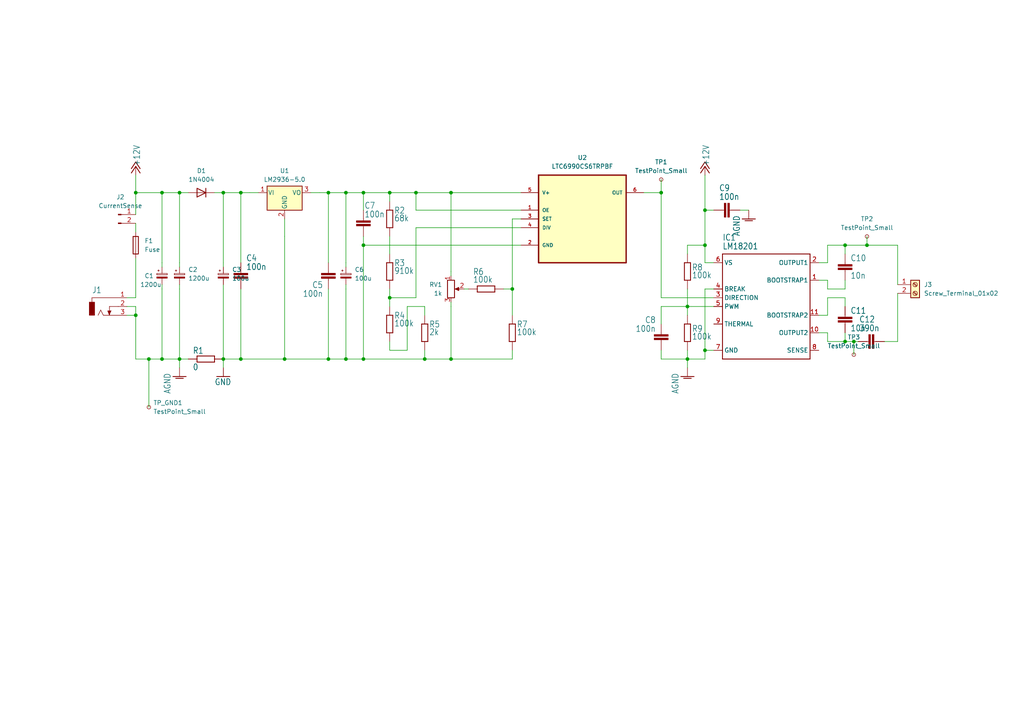
<source format=kicad_sch>
(kicad_sch (version 20230121) (generator eeschema)
  (paper "A4")
  (lib_symbols
    (symbol "Connector:Conn_01x02_Pin" (pin_names (offset 1.016) hide)
      (property "Reference" "J" (at 0 2.54 0))
      (property "Value" "Conn_01x02_Pin" (at 0 -5.08 0))
      (symbol "Conn_01x02_Pin_1_1"
        (polyline (pts (xy 1.27 -2.54) (xy 0.8636 -2.54)) (stroke (width 0.1524)))
        (polyline (pts (xy 1.27 0) (xy 0.8636 0)) (stroke (width 0.1524)))
        (rectangle (start 0.8636 -2.413) (end 0 -2.667) (stroke (width 0.1524)) (fill (type outline)))
        (rectangle (start 0.8636 0.127) (end 0 -0.127) (stroke (width 0.1524)) (fill (type outline)))
        (pin passive line (at 5.08 0 180) (length 3.81) (name "Pin_1") (number "1"))
        (pin passive line (at 5.08 -2.54 180) (length 3.81) (name "Pin_2") (number "2"))
      )
    )
    (symbol "Connector:Screw_Terminal_01x02" (pin_names (offset 1.016) hide)
      (property "Reference" "J" (at 0 2.54 0))
      (property "Value" "Screw_Terminal_01x02" (at 0 -5.08 0))
      (symbol "Screw_Terminal_01x02_1_1"
        (rectangle (start -1.27 1.27) (end 1.27 -3.81) (stroke (width 0.254)) (fill (type background)))
        (circle (center 0 -2.54) (radius 0.635) (stroke (width 0.1524)))
        (polyline (pts (xy -0.5334 -2.2098) (xy 0.3302 -3.048)) (stroke (width 0.1524)))
        (polyline (pts (xy -0.5334 0.3302) (xy 0.3302 -0.508)) (stroke (width 0.1524)))
        (polyline (pts (xy -0.3556 -2.032) (xy 0.508 -2.8702)) (stroke (width 0.1524)))
        (polyline (pts (xy -0.3556 0.508) (xy 0.508 -0.3302)) (stroke (width 0.1524)))
        (circle (center 0 0) (radius 0.635) (stroke (width 0.1524)))
        (pin passive line (at -5.08 0 0) (length 3.81) (name "Pin_1") (number "1"))
        (pin passive line (at -5.08 -2.54 0) (length 3.81) (name "Pin_2") (number "2"))
      )
    )
    (symbol "Connector:TestPoint_Small" (pin_numbers hide) (pin_names (offset 0.762) hide)
      (property "Reference" "TP" (at 0 3.81 0))
      (property "Value" "TestPoint_Small" (at 0 2.032 0))
      (symbol "TestPoint_Small_0_1"
        (circle (center 0 0) (radius 0.508))
      )
      (symbol "TestPoint_Small_1_1"
        (pin passive line (at 0 0 90) (length 0) (name "1") (number "1"))
      )
    )
    (symbol "Device:C_Polarized_Small" (pin_numbers hide) (pin_names (offset 0.254) hide)
      (property "Reference" "C" (at 0.254 1.778 0))
      (property "Value" "C_Polarized_Small" (at 0.254 -2.032 0))
      (symbol "C_Polarized_Small_0_1"
        (rectangle (start -1.524 -0.3048) (end 1.524 -0.6858) (fill (type outline)))
        (rectangle (start -1.524 0.6858) (end 1.524 0.3048))
        (polyline (pts (xy -1.27 1.524) (xy -0.762 1.524)))
        (polyline (pts (xy -1.016 1.27) (xy -1.016 1.778)))
      )
      (symbol "C_Polarized_Small_1_1"
        (pin passive line (at 0 2.54 270) (length 1.8542) (name "~") (number "1"))
        (pin passive line (at 0 -2.54 90) (length 1.8542) (name "~") (number "2"))
      )
    )
    (symbol "Device:Fuse" (pin_numbers hide) (pin_names (offset 0))
      (property "Reference" "F" (at 2.032 0 90))
      (property "Value" "Fuse" (at -1.905 0 90))
      (symbol "Fuse_0_1"
        (rectangle (start -0.762 -2.54) (end 0.762 2.54) (stroke (width 0.254)))
        (polyline (pts (xy 0 2.54) (xy 0 -2.54)))
      )
      (symbol "Fuse_1_1"
        (pin passive line (at 0 3.81 270) (length 1.27) (name "~") (number "1"))
        (pin passive line (at 0 -3.81 90) (length 1.27) (name "~") (number "2"))
      )
    )
    (symbol "Device:R_Potentiometer" (pin_names (offset 1.016) hide)
      (property "Reference" "RV" (at -4.445 0 90))
      (property "Value" "R_Potentiometer" (at -2.54 0 90))
      (symbol "R_Potentiometer_0_1"
        (polyline (pts (xy 2.54 0) (xy 1.524 0)))
        (polyline (pts (xy 1.143 0) (xy 2.286 0.508) (xy 2.286 -0.508) (xy 1.143 0)) (fill (type outline)))
        (rectangle (start 1.016 2.54) (end -1.016 -2.54) (stroke (width 0.254)))
      )
      (symbol "R_Potentiometer_1_1"
        (pin passive line (at 0 3.81 270) (length 1.27) (name "1") (number "1"))
        (pin passive line (at 3.81 0 180) (length 1.27) (name "2") (number "2"))
        (pin passive line (at 0 -3.81 90) (length 1.27) (name "3") (number "3"))
      )
    )
    (symbol "Diode:1N4004" (pin_numbers hide) (pin_names hide)
      (property "Reference" "D" (at 0 2.54 0))
      (property "Value" "1N4004" (at 0 -2.54 0))
      (symbol "1N4004_0_1"
        (polyline (pts (xy -1.27 1.27) (xy -1.27 -1.27)) (stroke (width 0.254)))
        (polyline (pts (xy 1.27 0) (xy -1.27 0)))
        (polyline (pts (xy 1.27 1.27) (xy 1.27 -1.27) (xy -1.27 0) (xy 1.27 1.27)) (stroke (width 0.254)))
      )
      (symbol "1N4004_1_1"
        (pin passive line (at -3.81 0 0) (length 2.54) (name "K") (number "1"))
        (pin passive line (at 3.81 0 180) (length 2.54) (name "A") (number "2"))
      )
    )
    (symbol "LLL_library:LTC6990CS6TRPBF" (pin_names (offset 1.016))
      (property "Reference" "U" (at -4.7244 13.2588 0))
      (property "Value" "LTC6990CS6TRPBF" (at -6.0706 -19.4056 0))
      (symbol "LTC6990CS6TRPBF_0_0"
        (rectangle (start -12.7 -15.24) (end 12.7 10.16) (stroke (width 0.4064)) (fill (type background)))
        (pin input line (at -17.78 0 0) (length 5.08) (name "OE") (number "1"))
        (pin passive line (at -17.78 -10.16 0) (length 5.08) (name "GND") (number "2"))
        (pin input line (at -17.78 -2.54 0) (length 5.08) (name "SET") (number "3"))
        (pin input line (at -17.78 -5.08 0) (length 5.08) (name "DIV") (number "4"))
        (pin power_in line (at -17.78 5.08 0) (length 5.08) (name "V+") (number "5"))
        (pin output line (at 17.78 5.08 180) (length 5.08) (name "OUT") (number "6"))
      )
    )
    (symbol "Regulator_Linear:LM2936-5.0" (pin_names (offset 0.254))
      (property "Reference" "U" (at -3.81 3.175 0))
      (property "Value" "LM2936-5.0" (at 0 3.175 0))
      (symbol "LM2936-5.0_0_1"
        (rectangle (start -5.08 1.905) (end 5.08 -5.08) (stroke (width 0.254)) (fill (type background)))
      )
      (symbol "LM2936-5.0_1_1"
        (pin power_in line (at -7.62 0 0) (length 2.54) (name "VI") (number "1"))
        (pin power_in line (at 0 -7.62 90) (length 2.54) (name "GND") (number "2"))
        (pin power_out line (at 7.62 0 180) (length 2.54) (name "VO") (number "3"))
      )
    )
    (symbol "TechnopolisTransmitter-eagle-import:+12V" (power)
      (property "Value" "+12V" (at -2.54 -5.08 90))
      (symbol "+12V_1_0"
        (polyline (pts (xy 0 0) (xy -1.27 -1.905)) (stroke (width 0.254)))
        (polyline (pts (xy 0 1.27) (xy -1.27 -0.635)) (stroke (width 0.254)))
        (polyline (pts (xy 1.27 -1.905) (xy 0 0)) (stroke (width 0.254)))
        (polyline (pts (xy 1.27 -0.635) (xy 0 1.27)) (stroke (width 0.254)))
        (pin power_in line (at 0 -2.54 90) (length 2.54) (name "+12V") (number "1"))
      )
    )
    (symbol "TechnopolisTransmitter-eagle-import:AGND" (power)
      (property "Value" "AGND" (at -2.54 -5.08 90))
      (symbol "AGND_1_0"
        (polyline (pts (xy -1.905 0) (xy 1.905 0)) (stroke (width 0.254)))
        (polyline (pts (xy -1.0922 -0.508) (xy 1.0922 -0.508)) (stroke (width 0.254)))
        (pin power_in line (at 0 2.54 270) (length 2.54) (name "AGND") (number "1"))
      )
    )
    (symbol "TechnopolisTransmitter-eagle-import:C-EU225-087X268"
      (property "Reference" "C" (at 1.524 0.381 0))
      (symbol "C-EU225-087X268_1_0"
        (rectangle (start -2.032 -2.032) (end 2.032 -1.524) (fill (type outline)))
        (rectangle (start -2.032 -1.016) (end 2.032 -0.508) (fill (type outline)))
        (polyline (pts (xy 0 -2.54) (xy 0 -2.032)) (stroke (width 0.1524)))
        (polyline (pts (xy 0 0) (xy 0 -0.508)) (stroke (width 0.1524)))
        (pin passive line (at 0 2.54 270) (length 2.54) (name "1") (number "1"))
        (pin passive line (at 0 -5.08 90) (length 2.54) (name "2") (number "2"))
      )
    )
    (symbol "TechnopolisTransmitter-eagle-import:C-EUC0805"
      (property "Reference" "C" (at 1.524 0.381 0))
      (symbol "C-EUC0805_1_0"
        (rectangle (start -2.032 -2.032) (end 2.032 -1.524) (fill (type outline)))
        (rectangle (start -2.032 -1.016) (end 2.032 -0.508) (fill (type outline)))
        (polyline (pts (xy 0 -2.54) (xy 0 -2.032)) (stroke (width 0.1524)))
        (polyline (pts (xy 0 0) (xy 0 -0.508)) (stroke (width 0.1524)))
        (pin passive line (at 0 2.54 270) (length 2.54) (name "1") (number "1"))
        (pin passive line (at 0 -5.08 90) (length 2.54) (name "2") (number "2"))
      )
    )
    (symbol "TechnopolisTransmitter-eagle-import:DCJ0303"
      (property "Reference" "J" (at -2.54 3.81 0))
      (symbol "DCJ0303_1_0"
        (rectangle (start -3.302 -2.54) (end -1.778 1.27) (fill (type outline)))
        (polyline (pts (xy -2.54 2.54) (xy -2.54 1.27)) (stroke (width 0.1524)))
        (polyline (pts (xy 0 -1.016) (xy -0.762 -2.54)) (stroke (width 0.1524)))
        (polyline (pts (xy 0.762 -2.54) (xy 0 -1.016)) (stroke (width 0.1524)))
        (polyline (pts (xy 2.54 -2.54) (xy 0.762 -2.54)) (stroke (width 0.1524)))
        (polyline (pts (xy 2.54 0) (xy 2.54 -2.54)) (stroke (width 0.1524)))
        (polyline (pts (xy 5.08 -2.54) (xy 2.54 -2.54)) (stroke (width 0.1524)))
        (polyline (pts (xy 5.08 0) (xy 2.54 0)) (stroke (width 0.1524)))
        (polyline (pts (xy 5.08 2.54) (xy -2.54 2.54)) (stroke (width 0.1524)))
        (polyline (pts (xy 2.54 -2.54) (xy 2.032 -1.27) (xy 3.048 -1.27)) (stroke (width 0.1524)) (fill (type outline)))
        (pin passive line (at 7.62 2.54 180) (length 2.54) (name "1") (number "1"))
        (pin passive line (at 7.62 0 180) (length 2.54) (name "2") (number "2"))
        (pin passive line (at 7.62 -2.54 180) (length 2.54) (name "3") (number "3"))
      )
    )
    (symbol "TechnopolisTransmitter-eagle-import:GND" (power)
      (property "Value" "GND" (at -2.54 -2.54 0))
      (symbol "GND_1_0"
        (polyline (pts (xy -1.905 0) (xy 1.905 0)) (stroke (width 0.254)))
        (pin power_in line (at 0 2.54 270) (length 2.54) (name "GND") (number "1"))
      )
    )
    (symbol "TechnopolisTransmitter-eagle-import:LM18200T"
      (property "Reference" "IC" (at -12.7 16.51 0))
      (symbol "LM18200T_1_0"
        (polyline (pts (xy -12.7 -15.24) (xy -12.7 15.24)) (stroke (width 0.254)))
        (polyline (pts (xy -12.7 15.24) (xy 12.7 15.24)) (stroke (width 0.254)))
        (polyline (pts (xy 12.7 -15.24) (xy -12.7 -15.24)) (stroke (width 0.254)))
        (polyline (pts (xy 12.7 15.24) (xy 12.7 -15.24)) (stroke (width 0.254)))
        (pin input line (at 15.24 7.62 180) (length 2.54) (name "BOOTSTRAP1") (number "1"))
        (pin output line (at 15.24 -7.62 180) (length 2.54) (name "OUTPUT2") (number "10"))
        (pin input line (at 15.24 -2.54 180) (length 2.54) (name "BOOTSTRAP2") (number "11"))
        (pin output line (at 15.24 12.7 180) (length 2.54) (name "OUTPUT1") (number "2"))
        (pin input line (at -15.24 2.54 0) (length 2.54) (name "DIRECTION") (number "3"))
        (pin input line (at -15.24 5.08 0) (length 2.54) (name "BREAK") (number "4"))
        (pin input line (at -15.24 0 0) (length 2.54) (name "PWM") (number "5"))
        (pin power_in line (at -15.24 12.7 0) (length 2.54) (name "VS") (number "6"))
        (pin power_in line (at -15.24 -12.7 0) (length 2.54) (name "GND") (number "7"))
        (pin output line (at 15.24 -12.7 180) (length 2.54) (name "SENSE") (number "8"))
        (pin output line (at -15.24 -5.08 0) (length 2.54) (name "THERMAL") (number "9"))
      )
    )
    (symbol "TechnopolisTransmitter-eagle-import:R-EU_M1206"
      (property "Reference" "R" (at -3.81 1.4986 0))
      (symbol "R-EU_M1206_1_0"
        (polyline (pts (xy -2.54 -0.889) (xy -2.54 0.889)) (stroke (width 0.254)))
        (polyline (pts (xy -2.54 -0.889) (xy 2.54 -0.889)) (stroke (width 0.254)))
        (polyline (pts (xy 2.54 -0.889) (xy 2.54 0.889)) (stroke (width 0.254)))
        (polyline (pts (xy 2.54 0.889) (xy -2.54 0.889)) (stroke (width 0.254)))
        (pin passive line (at -5.08 0 0) (length 2.54) (name "1") (number "1"))
        (pin passive line (at 5.08 0 180) (length 2.54) (name "2") (number "2"))
      )
    )
    (symbol "TechnopolisTransmitter-eagle-import:R-EU_R1206"
      (property "Reference" "R" (at -3.81 1.4986 0))
      (symbol "R-EU_R1206_1_0"
        (polyline (pts (xy -2.54 -0.889) (xy -2.54 0.889)) (stroke (width 0.254)))
        (polyline (pts (xy -2.54 -0.889) (xy 2.54 -0.889)) (stroke (width 0.254)))
        (polyline (pts (xy 2.54 -0.889) (xy 2.54 0.889)) (stroke (width 0.254)))
        (polyline (pts (xy 2.54 0.889) (xy -2.54 0.889)) (stroke (width 0.254)))
        (pin passive line (at -5.08 0 0) (length 2.54) (name "1") (number "1"))
        (pin passive line (at 5.08 0 180) (length 2.54) (name "2") (number "2"))
      )
    )
  )
  (junction (at 39.37 55.88))
  (junction (at 247.65 99.06))
  (junction (at 105.41 104.14))
  (junction (at 204.47 60.96))
  (junction (at 120.65 55.88))
  (junction (at 95.25 55.88))
  (junction (at 100.33 55.88))
  (junction (at 105.41 55.88))
  (junction (at 82.55 104.14))
  (junction (at 64.77 55.88))
  (junction (at 191.77 55.88))
  (junction (at 39.37 91.44))
  (junction (at 123.19 104.14))
  (junction (at 52.07 104.14))
  (junction (at 113.03 55.88))
  (junction (at 199.39 104.14))
  (junction (at 64.77 104.14))
  (junction (at 251.46 71.12))
  (junction (at 105.41 71.12))
  (junction (at 52.07 55.88))
  (junction (at 204.47 101.6))
  (junction (at 113.03 86.36))
  (junction (at 69.85 55.88))
  (junction (at 204.47 71.12))
  (junction (at 46.99 55.88))
  (junction (at 148.59 83.82))
  (junction (at 69.85 104.14))
  (junction (at 245.11 99.06))
  (junction (at 245.11 71.12))
  (junction (at 130.81 104.14))
  (junction (at 46.99 104.14))
  (junction (at 43.18 104.14))
  (junction (at 95.25 104.14))
  (junction (at 100.33 104.14))
  (junction (at 199.39 88.9))
  (junction (at 130.81 55.88))
  (wire (pts (xy 120.65 86.36) (xy 120.65 66.04)) (stroke (width 0.1524)))
  (wire (pts (xy 69.85 76.2) (xy 69.85 55.88)) (stroke (width 0.1524)))
  (wire (pts (xy 46.99 76.2) (xy 46.99 55.88)) (stroke (width 0.1524)))
  (wire (pts (xy 52.07 83.82) (xy 52.07 104.14)) (stroke (width 0.1524)))
  (wire (pts (xy 100.33 76.2) (xy 100.33 55.88)) (stroke (width 0.1524)))
  (wire (pts (xy 240.03 96.52) (xy 240.03 99.06)) (stroke (width 0.1524)))
  (wire (pts (xy 105.41 71.12) (xy 105.41 104.14)) (stroke (width 0.1524)))
  (wire (pts (xy 95.25 83.82) (xy 95.25 104.14)) (stroke (width 0.1524)))
  (wire (pts (xy 118.11 88.9) (xy 123.19 88.9)) (stroke (width 0.1524)))
  (wire (pts (xy 251.46 71.12) (xy 260.35 71.12)))
  (wire (pts (xy 199.39 101.6) (xy 199.39 104.14)) (stroke (width 0.1524)))
  (wire (pts (xy 204.47 101.6) (xy 207.01 101.6)) (stroke (width 0.1524)))
  (wire (pts (xy 148.59 63.5) (xy 151.13 63.5)) (stroke (width 0.1524)))
  (wire (pts (xy 191.77 52.07) (xy 191.77 55.88)))
  (wire (pts (xy 69.85 55.88) (xy 72.39 55.88)) (stroke (width 0.1524)))
  (wire (pts (xy 105.41 71.12) (xy 105.41 68.58)) (stroke (width 0.1524)))
  (wire (pts (xy 245.11 83.82) (xy 245.11 81.28)) (stroke (width 0.1524)))
  (wire (pts (xy 214.63 60.96) (xy 217.17 60.96)) (stroke (width 0.1524)))
  (wire (pts (xy 36.83 88.9) (xy 39.37 88.9)) (stroke (width 0.1524)))
  (wire (pts (xy 151.13 71.12) (xy 105.41 71.12)) (stroke (width 0.1524)))
  (wire (pts (xy 113.03 55.88) (xy 120.65 55.88)) (stroke (width 0.1524)))
  (wire (pts (xy 46.99 55.88) (xy 52.07 55.88)) (stroke (width 0.1524)))
  (wire (pts (xy 134.62 83.82) (xy 135.89 83.82)))
  (wire (pts (xy 199.39 83.82) (xy 199.39 88.9)) (stroke (width 0.1524)))
  (wire (pts (xy 186.69 55.88) (xy 191.77 55.88)) (stroke (width 0.1524)))
  (wire (pts (xy 100.33 76.2) (xy 100.33 77.47)))
  (wire (pts (xy 120.65 60.96) (xy 120.65 55.88)) (stroke (width 0.1524)))
  (wire (pts (xy 148.59 83.82) (xy 148.59 63.5)) (stroke (width 0.1524)))
  (wire (pts (xy 113.03 99.06) (xy 113.03 101.6)) (stroke (width 0.1524)))
  (wire (pts (xy 204.47 71.12) (xy 199.39 71.12)) (stroke (width 0.1524)))
  (wire (pts (xy 130.81 55.88) (xy 151.13 55.88)) (stroke (width 0.1524)))
  (wire (pts (xy 123.19 88.9) (xy 123.19 91.44)) (stroke (width 0.1524)))
  (wire (pts (xy 207.01 83.82) (xy 204.47 83.82)) (stroke (width 0.1524)))
  (wire (pts (xy 39.37 104.14) (xy 43.18 104.14)) (stroke (width 0.1524)))
  (wire (pts (xy 105.41 104.14) (xy 123.19 104.14)) (stroke (width 0.1524)))
  (wire (pts (xy 123.19 104.14) (xy 130.81 104.14)) (stroke (width 0.1524)))
  (wire (pts (xy 245.11 71.12) (xy 251.46 71.12)))
  (wire (pts (xy 204.47 60.96) (xy 204.47 71.12)) (stroke (width 0.1524)))
  (wire (pts (xy 64.77 76.2) (xy 64.77 55.88)) (stroke (width 0.1524)))
  (wire (pts (xy 130.81 78.74) (xy 130.81 80.01)))
  (wire (pts (xy 82.55 63.5) (xy 82.55 68.58)))
  (wire (pts (xy 120.65 66.04) (xy 151.13 66.04)) (stroke (width 0.1524)))
  (wire (pts (xy 191.77 101.6) (xy 191.77 104.14)) (stroke (width 0.1524)))
  (wire (pts (xy 46.99 76.2) (xy 46.99 77.47)))
  (wire (pts (xy 130.81 104.14) (xy 148.59 104.14)) (stroke (width 0.1524)))
  (wire (pts (xy 52.07 106.68) (xy 52.07 104.14)) (stroke (width 0.1524)))
  (wire (pts (xy 148.59 83.82) (xy 146.05 83.82)) (stroke (width 0.1524)))
  (wire (pts (xy 240.03 91.44) (xy 240.03 86.36)) (stroke (width 0.1524)))
  (wire (pts (xy 148.59 91.44) (xy 148.59 83.82)) (stroke (width 0.1524)))
  (wire (pts (xy 52.07 76.2) (xy 52.07 55.88)) (stroke (width 0.1524)))
  (wire (pts (xy 105.41 60.96) (xy 105.41 55.88)) (stroke (width 0.1524)))
  (wire (pts (xy 39.37 88.9) (xy 39.37 91.44)) (stroke (width 0.1524)))
  (wire (pts (xy 199.39 88.9) (xy 199.39 91.44)) (stroke (width 0.1524)))
  (wire (pts (xy 191.77 55.88) (xy 191.77 86.36)) (stroke (width 0.1524)))
  (wire (pts (xy 151.13 60.96) (xy 120.65 60.96)) (stroke (width 0.1524)))
  (wire (pts (xy 100.33 55.88) (xy 95.25 55.88)) (stroke (width 0.1524)))
  (wire (pts (xy 191.77 93.98) (xy 191.77 88.9)) (stroke (width 0.1524)))
  (wire (pts (xy 191.77 86.36) (xy 207.01 86.36)) (stroke (width 0.1524)))
  (wire (pts (xy 64.77 83.82) (xy 64.77 104.14)) (stroke (width 0.1524)))
  (wire (pts (xy 130.81 87.63) (xy 130.81 88.9)))
  (wire (pts (xy 113.03 88.9) (xy 113.03 86.36)) (stroke (width 0.1524)))
  (wire (pts (xy 123.19 104.14) (xy 123.19 101.6)) (stroke (width 0.1524)))
  (wire (pts (xy 191.77 88.9) (xy 199.39 88.9)) (stroke (width 0.1524)))
  (wire (pts (xy 199.39 71.12) (xy 199.39 73.66)) (stroke (width 0.1524)))
  (wire (pts (xy 207.01 88.9) (xy 199.39 88.9)) (stroke (width 0.1524)))
  (wire (pts (xy 256.54 99.06) (xy 260.35 99.06)))
  (wire (pts (xy 52.07 82.55) (xy 52.07 83.82)))
  (wire (pts (xy 204.47 104.14) (xy 204.47 101.6)) (stroke (width 0.1524)))
  (wire (pts (xy 113.03 73.66) (xy 113.03 68.58)) (stroke (width 0.1524)))
  (wire (pts (xy 113.03 86.36) (xy 120.65 86.36)) (stroke (width 0.1524)))
  (wire (pts (xy 39.37 55.88) (xy 46.99 55.88)) (stroke (width 0.1524)))
  (wire (pts (xy 39.37 50.8) (xy 39.37 55.88)) (stroke (width 0.1524)))
  (wire (pts (xy 204.47 50.8) (xy 204.47 60.96)) (stroke (width 0.1524)))
  (wire (pts (xy 105.41 104.14) (xy 100.33 104.14)) (stroke (width 0.1524)))
  (wire (pts (xy 52.07 104.14) (xy 54.61 104.14)) (stroke (width 0.1524)))
  (wire (pts (xy 118.11 101.6) (xy 118.11 88.9)) (stroke (width 0.1524)))
  (wire (pts (xy 247.65 99.06) (xy 248.92 99.06)))
  (wire (pts (xy 105.41 55.88) (xy 113.03 55.88)) (stroke (width 0.1524)))
  (wire (pts (xy 260.35 71.12) (xy 260.35 82.55)))
  (wire (pts (xy 240.03 99.06) (xy 245.11 99.06)) (stroke (width 0.1524)))
  (wire (pts (xy 82.55 68.58) (xy 82.55 104.14)) (stroke (width 0.1524)))
  (wire (pts (xy 120.65 55.88) (xy 130.81 55.88)) (stroke (width 0.1524)))
  (wire (pts (xy 92.71 55.88) (xy 95.25 55.88)) (stroke (width 0.1524)))
  (wire (pts (xy 52.07 76.2) (xy 52.07 77.47)))
  (wire (pts (xy 199.39 104.14) (xy 204.47 104.14)) (stroke (width 0.1524)))
  (wire (pts (xy 39.37 64.77) (xy 39.37 67.31)))
  (wire (pts (xy 240.03 81.28) (xy 240.03 83.82)) (stroke (width 0.1524)))
  (wire (pts (xy 69.85 83.82) (xy 69.85 104.14)) (stroke (width 0.1524)))
  (wire (pts (xy 237.49 76.2) (xy 240.03 76.2)) (stroke (width 0.1524)))
  (wire (pts (xy 240.03 86.36) (xy 245.11 86.36)) (stroke (width 0.1524)))
  (wire (pts (xy 240.03 83.82) (xy 245.11 83.82)) (stroke (width 0.1524)))
  (wire (pts (xy 43.18 104.14) (xy 43.18 118.11)))
  (wire (pts (xy 237.49 96.52) (xy 240.03 96.52)) (stroke (width 0.1524)))
  (wire (pts (xy 245.11 99.06) (xy 247.65 99.06)))
  (wire (pts (xy 199.39 106.68) (xy 199.39 104.14)) (stroke (width 0.1524)))
  (wire (pts (xy 245.11 86.36) (xy 245.11 88.9)) (stroke (width 0.1524)))
  (wire (pts (xy 46.99 104.14) (xy 52.07 104.14)) (stroke (width 0.1524)))
  (wire (pts (xy 100.33 55.88) (xy 105.41 55.88)) (stroke (width 0.1524)))
  (wire (pts (xy 251.46 68.58) (xy 251.46 71.12)))
  (wire (pts (xy 69.85 104.14) (xy 82.55 104.14)) (stroke (width 0.1524)))
  (wire (pts (xy 148.59 104.14) (xy 148.59 101.6)) (stroke (width 0.1524)))
  (wire (pts (xy 39.37 91.44) (xy 36.83 91.44)) (stroke (width 0.1524)))
  (wire (pts (xy 39.37 55.88) (xy 39.37 62.23)))
  (wire (pts (xy 260.35 85.09) (xy 260.35 99.06)))
  (wire (pts (xy 46.99 82.55) (xy 46.99 83.82)))
  (wire (pts (xy 247.65 99.06) (xy 247.65 102.87)))
  (wire (pts (xy 240.03 76.2) (xy 240.03 71.12)) (stroke (width 0.1524)))
  (wire (pts (xy 82.55 104.14) (xy 95.25 104.14)) (stroke (width 0.1524)))
  (wire (pts (xy 113.03 101.6) (xy 118.11 101.6)) (stroke (width 0.1524)))
  (wire (pts (xy 64.77 106.68) (xy 64.77 104.14)) (stroke (width 0.1524)))
  (wire (pts (xy 64.77 76.2) (xy 64.77 77.47)))
  (wire (pts (xy 62.23 55.88) (xy 64.77 55.88)))
  (wire (pts (xy 204.47 83.82) (xy 204.47 101.6)) (stroke (width 0.1524)))
  (wire (pts (xy 100.33 83.82) (xy 100.33 104.14)) (stroke (width 0.1524)))
  (wire (pts (xy 46.99 83.82) (xy 46.99 104.14)) (stroke (width 0.1524)))
  (wire (pts (xy 100.33 104.14) (xy 95.25 104.14)) (stroke (width 0.1524)))
  (wire (pts (xy 130.81 88.9) (xy 130.81 104.14)) (stroke (width 0.1524)))
  (wire (pts (xy 36.83 86.36) (xy 39.37 86.36)) (stroke (width 0.1524)))
  (wire (pts (xy 204.47 71.12) (xy 204.47 76.2)) (stroke (width 0.1524)))
  (wire (pts (xy 64.77 104.14) (xy 69.85 104.14)) (stroke (width 0.1524)))
  (wire (pts (xy 130.81 78.74) (xy 130.81 55.88)) (stroke (width 0.1524)))
  (wire (pts (xy 237.49 91.44) (xy 240.03 91.44)) (stroke (width 0.1524)))
  (wire (pts (xy 64.77 55.88) (xy 69.85 55.88)) (stroke (width 0.1524)))
  (wire (pts (xy 204.47 60.96) (xy 207.01 60.96)) (stroke (width 0.1524)))
  (wire (pts (xy 113.03 86.36) (xy 113.03 83.82)) (stroke (width 0.1524)))
  (wire (pts (xy 204.47 76.2) (xy 207.01 76.2)) (stroke (width 0.1524)))
  (wire (pts (xy 191.77 104.14) (xy 199.39 104.14)) (stroke (width 0.1524)))
  (wire (pts (xy 237.49 81.28) (xy 240.03 81.28)) (stroke (width 0.1524)))
  (wire (pts (xy 245.11 71.12) (xy 245.11 73.66)) (stroke (width 0.1524)))
  (wire (pts (xy 245.11 99.06) (xy 245.11 96.52)) (stroke (width 0.1524)))
  (wire (pts (xy 72.39 55.88) (xy 74.93 55.88)))
  (wire (pts (xy 100.33 82.55) (xy 100.33 83.82)))
  (wire (pts (xy 43.18 104.14) (xy 46.99 104.14)) (stroke (width 0.1524)))
  (wire (pts (xy 39.37 74.93) (xy 39.37 86.36)) (stroke (width 0.1524)))
  (wire (pts (xy 95.25 55.88) (xy 95.25 76.2)) (stroke (width 0.1524)))
  (wire (pts (xy 90.17 55.88) (xy 92.71 55.88)))
  (wire (pts (xy 52.07 55.88) (xy 54.61 55.88)))
  (wire (pts (xy 64.77 82.55) (xy 64.77 83.82)))
  (wire (pts (xy 240.03 71.12) (xy 245.11 71.12)) (stroke (width 0.1524)))
  (wire (pts (xy 39.37 91.44) (xy 39.37 104.14)) (stroke (width 0.1524)))
  (wire (pts (xy 113.03 58.42) (xy 113.03 55.88)) (stroke (width 0.1524)))
  (symbol (lib_id "TechnopolisTransmitter-eagle-import:R-EU_R1206") (at 113.03 78.74 90) (unit 1)
    (property "Reference" "R3" (at 114.3 77.2414 90) (effects (font (size 1.778 1.5113)) (justify right top)))
    (property "Value" "910k" (at 114.3 79.502 90) (effects (font (size 1.778 1.5113)) (justify right top)))
    (property "Footprint" "Resistor_SMD:R_0805_2012Metric_Pad1.20x1.40mm_HandSolder" (effects hide))
  )
  (symbol (lib_id "TechnopolisTransmitter-eagle-import:R-EU_R1206") (at 148.59 96.52 90) (unit 1)
    (property "Reference" "R7" (at 149.86 95.0214 90) (effects (font (size 1.778 1.5113)) (justify right top)))
    (property "Value" "100k" (at 149.86 97.282 90) (effects (font (size 1.778 1.5113)) (justify right top)))
    (property "Footprint" "Resistor_SMD:R_0805_2012Metric_Pad1.20x1.40mm_HandSolder" (effects hide))
  )
  (symbol (lib_id "Device:C_Polarized_Small") (at 64.77 80.01 0) (unit 1)
    (property "Reference" "C3" (at 67.31 78.1939 0) (effects (justify left)))
    (property "Value" "100u" (at 67.31 80.7339 0) (effects (justify left)))
    (property "Footprint" "Capacitor_THT:CP_Radial_D5.0mm_P2.00mm" (effects hide))
  )
  (symbol (lib_id "Diode:1N4004") (at 58.42 55.88 180) (unit 1)
    (property "Reference" "D1" (at 58.42 49.53 0))
    (property "Value" "1N4004" (at 58.42 52.07 0))
    (property "Footprint" "Diode_SMD:D_SMA" (effects hide))
    (property "Datasheet" "http://www.vishay.com/docs/88503/1n4001.pdf" (effects hide))
    (property "Sim.Device" "D" (effects hide))
    (property "Sim.Pins" "1=K 2=A" (effects hide))
  )
  (symbol (lib_id "Connector:Screw_Terminal_01x02") (at 265.43 82.55 0) (unit 1)
    (property "Reference" "J3" (at 267.97 82.55 0) (effects (justify left)))
    (property "Value" "Screw_Terminal_01x02" (at 267.97 85.09 0) (effects (justify left)))
    (property "Footprint" "TerminalBlock_Phoenix:TerminalBlock_Phoenix_MKDS-1,5-2_1x02_P5.00mm_Horizontal" (effects hide))
  )
  (symbol (lib_id "Connector:TestPoint_Small") (at 251.46 68.58 90) (unit 1)
    (property "Reference" "TP2" (at 251.46 63.5 90))
    (property "Value" "TestPoint_Small" (at 251.46 66.04 90))
    (property "Footprint" "TestPoint:TestPoint_Loop_D1.80mm_Drill1.0mm_Beaded" (effects hide))
  )
  (symbol (lib_id "TechnopolisTransmitter-eagle-import:R-EU_M1206") (at 59.69 104.14 0) (unit 1)
    (property "Reference" "R1" (at 55.88 102.6414 0) (effects (font (size 1.778 1.5113)) (justify left bottom)))
    (property "Value" "0" (at 55.88 107.442 0) (effects (font (size 1.778 1.5113)) (justify left bottom)))
    (property "Footprint" "Resistor_SMD:R_0805_2012Metric_Pad1.20x1.40mm_HandSolder" (effects hide))
  )
  (symbol (lib_id "Connector:TestPoint_Small") (at 43.18 118.11 0) (unit 1)
    (property "Reference" "TP_GND1" (at 44.45 116.84 0) (effects (justify left)))
    (property "Value" "TestPoint_Small" (at 44.45 119.38 0) (effects (justify left)))
    (property "Footprint" "TestPoint:TestPoint_Loop_D2.50mm_Drill1.0mm" (effects hide))
  )
  (symbol (lib_id "TechnopolisTransmitter-eagle-import:+12V") (at 39.37 48.26 0) (unit 1)
    (property "Reference" "#P+01" (effects hide))
    (property "Value" "+12V" (at 40.64 48.26 90) (effects (font (size 1.778 1.5113)) (justify left bottom)))
  )
  (symbol (lib_id "Connector:TestPoint_Small") (at 191.77 52.07 90) (unit 1)
    (property "Reference" "TP1" (at 191.77 46.99 90))
    (property "Value" "TestPoint_Small" (at 191.77 49.53 90))
    (property "Footprint" "TestPoint:TestPoint_Loop_D1.80mm_Drill1.0mm_Beaded" (effects hide))
  )
  (symbol (lib_id "Device:Fuse") (at 39.37 71.12 0) (unit 1)
    (property "Reference" "F1" (at 41.91 69.85 0) (effects (justify left)))
    (property "Value" "Fuse" (at 41.91 72.39 0) (effects (justify left)))
    (property "Footprint" "Fuse:Fuse_Bourns_MF-SM_7.98x5.44mm" (effects hide))
  )
  (symbol (lib_id "Device:C_Polarized_Small") (at 52.07 80.01 0) (unit 1)
    (property "Reference" "C2" (at 54.61 78.1939 0) (effects (justify left)))
    (property "Value" "1200u" (at 54.61 80.7339 0) (effects (justify left)))
    (property "Footprint" "Capacitor_THT:CP_Radial_D10.0mm_P5.00mm" (effects hide))
  )
  (symbol (lib_id "Connector:Conn_01x02_Pin") (at 34.29 62.23 0) (unit 1)
    (property "Reference" "J2" (at 34.925 57.15 0))
    (property "Value" "CurrentSense" (at 34.925 59.69 0))
    (property "Footprint" "Connector_PinHeader_2.54mm:PinHeader_1x02_P2.54mm_Vertical" (effects hide))
  )
  (symbol (lib_id "TechnopolisTransmitter-eagle-import:R-EU_R1206") (at 113.03 63.5 90) (unit 1)
    (property "Reference" "R2" (at 114.3 62.0014 90) (effects (font (size 1.778 1.5113)) (justify right top)))
    (property "Value" "68k" (at 114.3 64.262 90) (effects (font (size 1.778 1.5113)) (justify right top)))
    (property "Footprint" "Resistor_SMD:R_0805_2012Metric_Pad1.20x1.40mm_HandSolder" (effects hide))
  )
  (symbol (lib_id "TechnopolisTransmitter-eagle-import:LM18200T") (at 222.25 88.9 0) (unit 1)
    (property "Reference" "IC1" (at 209.55 69.85 0) (effects (font (size 1.778 1.5113)) (justify left bottom)))
    (property "Value" "LM18201" (at 209.55 72.39 0) (effects (font (size 1.778 1.5113)) (justify left bottom)))
    (property "Footprint" "Package_TO_SOT_THT:TO-220-11_P3.4x5.08mm_StaggerOdd_Lead4.85mm_Vertical" (effects hide))
  )
  (symbol (lib_id "TechnopolisTransmitter-eagle-import:R-EU_R1206") (at 123.19 96.52 90) (unit 1)
    (property "Reference" "R5" (at 124.46 95.0214 90) (effects (font (size 1.778 1.5113)) (justify right top)))
    (property "Value" "2k" (at 124.46 97.282 90) (effects (font (size 1.778 1.5113)) (justify right top)))
    (property "Footprint" "Resistor_SMD:R_0805_2012Metric_Pad1.20x1.40mm_HandSolder" (effects hide))
  )
  (symbol (lib_id "Device:C_Polarized_Small") (at 100.33 80.01 0) (unit 1)
    (property "Reference" "C6" (at 102.87 78.1939 0) (effects (justify left)))
    (property "Value" "100u" (at 102.87 80.7339 0) (effects (justify left)))
    (property "Footprint" "Capacitor_THT:CP_Radial_D5.0mm_P2.00mm" (effects hide))
  )
  (symbol (lib_id "TechnopolisTransmitter-eagle-import:C-EUC0805") (at 209.55 60.96 90) (unit 1)
    (property "Reference" "C9" (at 208.534 55.499 90) (effects (font (size 1.778 1.5113)) (justify right top)))
    (property "Value" "100n" (at 208.534 58.039 90) (effects (font (size 1.778 1.5113)) (justify right top)))
    (property "Footprint" "Capacitor_SMD:C_0805_2012Metric_Pad1.18x1.45mm_HandSolder" (effects hide))
  )
  (symbol (lib_id "Device:R_Potentiometer") (at 130.81 83.82 0) (unit 1)
    (property "Reference" "RV1" (at 128.27 82.55 0) (effects (justify right)))
    (property "Value" "1k" (at 128.27 85.09 0) (effects (justify right)))
    (property "Footprint" "Potentiometer_THT:Potentiometer_Piher_PT-10-V05_Vertical" (effects hide))
  )
  (symbol (lib_id "Connector:TestPoint_Small") (at 247.65 102.87 90) (unit 1)
    (property "Reference" "TP3" (at 247.65 97.79 90))
    (property "Value" "TestPoint_Small" (at 247.65 100.33 90))
    (property "Footprint" "TestPoint:TestPoint_Loop_D1.80mm_Drill1.0mm_Beaded" (effects hide))
  )
  (symbol (lib_id "TechnopolisTransmitter-eagle-import:C-EU225-087X268") (at 251.46 99.06 90) (unit 1)
    (property "Reference" "C12" (at 249.174 93.599 90) (effects (font (size 1.778 1.5113)) (justify right top)))
    (property "Value" "390n" (at 249.174 96.139 90) (effects (font (size 1.778 1.5113)) (justify right top)))
    (property "Footprint" "Capacitor_THT:C_Disc_D8.0mm_W2.5mm_P5.00mm" (effects hide))
  )
  (symbol (lib_id "TechnopolisTransmitter-eagle-import:R-EU_R1206") (at 140.97 83.82 180) (unit 1)
    (property "Reference" "R6" (at 137.16 79.7814 0) (effects (font (size 1.778 1.5113)) (justify right top)))
    (property "Value" "100k" (at 137.16 82.042 0) (effects (font (size 1.778 1.5113)) (justify right top)))
    (property "Footprint" "Resistor_SMD:R_0805_2012Metric_Pad1.20x1.40mm_HandSolder" (effects hide))
  )
  (symbol (lib_id "Device:C_Polarized_Small") (at 46.99 80.01 0) (unit 1)
    (property "Reference" "C1" (at 41.91 80.01 0) (effects (justify left)))
    (property "Value" "1200u" (at 40.64 82.55 0) (effects (justify left)))
    (property "Footprint" "Capacitor_THT:CP_Radial_D10.0mm_P5.00mm" (effects hide))
  )
  (symbol (lib_id "TechnopolisTransmitter-eagle-import:AGND") (at 217.17 63.5 0) (unit 1)
    (property "Reference" "#AGND03" (effects hide))
    (property "Value" "AGND" (at 214.63 68.58 90) (effects (font (size 1.778 1.5113)) (justify left bottom)))
  )
  (symbol (lib_id "TechnopolisTransmitter-eagle-import:C-EUC0805") (at 105.41 63.5 0) (unit 1)
    (property "Reference" "C7" (at 105.664 60.579 0) (effects (font (size 1.778 1.5113)) (justify left bottom)))
    (property "Value" "100n" (at 105.664 63.119 0) (effects (font (size 1.778 1.5113)) (justify left bottom)))
    (property "Footprint" "Capacitor_SMD:C_0805_2012Metric_Pad1.18x1.45mm_HandSolder" (effects hide))
  )
  (symbol (lib_id "TechnopolisTransmitter-eagle-import:R-EU_R1206") (at 199.39 78.74 90) (unit 1)
    (property "Reference" "R8" (at 200.66 78.5114 90) (effects (font (size 1.778 1.5113)) (justify right top)))
    (property "Value" "100k" (at 200.66 80.772 90) (effects (font (size 1.778 1.5113)) (justify right top)))
    (property "Footprint" "Resistor_SMD:R_0805_2012Metric_Pad1.20x1.40mm_HandSolder" (effects hide))
  )
  (symbol (lib_id "TechnopolisTransmitter-eagle-import:AGND") (at 199.39 109.22 0) (unit 1)
    (property "Reference" "#AGND02" (effects hide))
    (property "Value" "AGND" (at 196.85 114.3 90) (effects (font (size 1.778 1.5113)) (justify left bottom)))
  )
  (symbol (lib_id "Regulator_Linear:LM2936-5.0") (at 82.55 55.88 0) (unit 1)
    (property "Reference" "U1" (at 82.55 49.53 0))
    (property "Value" "LM2936-5.0" (at 82.55 52.07 0))
    (property "Footprint" "Package_TO_SOT_SMD:SOT-223-3_TabPin2" (effects hide))
    (property "Datasheet" "http://www.ti.com/lit/ds/symlink/lm2936.pdf" (effects hide))
  )
  (symbol (lib_id "TechnopolisTransmitter-eagle-import:R-EU_R1206") (at 113.03 93.98 90) (unit 1)
    (property "Reference" "R4" (at 114.3 92.4814 90) (effects (font (size 1.778 1.5113)) (justify right top)))
    (property "Value" "100k" (at 114.3 94.742 90) (effects (font (size 1.778 1.5113)) (justify right top)))
    (property "Footprint" "Resistor_SMD:R_0805_2012Metric_Pad1.20x1.40mm_HandSolder" (effects hide))
  )
  (symbol (lib_id "TechnopolisTransmitter-eagle-import:C-EUC0805") (at 95.25 78.74 0) (unit 1)
    (property "Reference" "C5" (at 93.726 81.661 0) (effects (font (size 1.778 1.5113)) (justify right top)))
    (property "Value" "100n" (at 93.726 84.201 0) (effects (font (size 1.778 1.5113)) (justify right top)))
    (property "Footprint" "Capacitor_SMD:C_0805_2012Metric_Pad1.18x1.45mm_HandSolder" (effects hide))
  )
  (symbol (lib_id "TechnopolisTransmitter-eagle-import:C-EUC0805") (at 245.11 76.2 0) (unit 1)
    (property "Reference" "C10" (at 246.634 75.819 0) (effects (font (size 1.778 1.5113)) (justify left bottom)))
    (property "Value" "10n" (at 246.634 80.899 0) (effects (font (size 1.778 1.5113)) (justify left bottom)))
    (property "Footprint" "Capacitor_SMD:C_0805_2012Metric_Pad1.18x1.45mm_HandSolder" (effects hide))
  )
  (symbol (lib_id "TechnopolisTransmitter-eagle-import:R-EU_R1206") (at 199.39 96.52 90) (unit 1)
    (property "Reference" "R9" (at 200.66 96.2914 90) (effects (font (size 1.778 1.5113)) (justify right top)))
    (property "Value" "100k" (at 200.66 98.552 90) (effects (font (size 1.778 1.5113)) (justify right top)))
    (property "Footprint" "Resistor_SMD:R_0805_2012Metric_Pad1.20x1.40mm_HandSolder" (effects hide))
  )
  (symbol (lib_id "TechnopolisTransmitter-eagle-import:C-EUC0805") (at 191.77 96.52 0) (unit 1)
    (property "Reference" "C8" (at 190.246 91.821 0) (effects (font (size 1.778 1.5113)) (justify right top)))
    (property "Value" "100n" (at 190.246 94.361 0) (effects (font (size 1.778 1.5113)) (justify right top)))
    (property "Footprint" "Capacitor_SMD:C_0805_2012Metric_Pad1.18x1.45mm_HandSolder" (effects hide))
  )
  (symbol (lib_id "TechnopolisTransmitter-eagle-import:+12V") (at 204.47 48.26 0) (unit 1)
    (property "Reference" "#P+02" (effects hide))
    (property "Value" "+12V" (at 205.74 48.26 90) (effects (font (size 1.778 1.5113)) (justify left bottom)))
  )
  (symbol (lib_id "TechnopolisTransmitter-eagle-import:C-EUC0805") (at 245.11 91.44 0) (unit 1)
    (property "Reference" "C11" (at 246.634 91.059 0) (effects (font (size 1.778 1.5113)) (justify left bottom)))
    (property "Value" "10n" (at 246.634 96.139 0) (effects (font (size 1.778 1.5113)) (justify left bottom)))
    (property "Footprint" "Capacitor_SMD:C_0805_2012Metric_Pad1.18x1.45mm_HandSolder" (effects hide))
  )
  (symbol (lib_id "TechnopolisTransmitter-eagle-import:C-EUC0805") (at 69.85 78.74 0) (unit 1)
    (property "Reference" "C4" (at 71.374 75.819 0) (effects (font (size 1.778 1.5113)) (justify left bottom)))
    (property "Value" "100n" (at 71.374 78.359 0) (effects (font (size 1.778 1.5113)) (justify left bottom)))
    (property "Footprint" "Capacitor_SMD:C_0805_2012Metric_Pad1.18x1.45mm_HandSolder" (effects hide))
  )
  (symbol (lib_id "TechnopolisTransmitter-eagle-import:AGND") (at 52.07 109.22 0) (unit 1)
    (property "Reference" "#AGND01" (effects hide))
    (property "Value" "AGND" (at 49.53 114.3 90) (effects (font (size 1.778 1.5113)) (justify left bottom)))
  )
  (symbol (lib_id "TechnopolisTransmitter-eagle-import:DCJ0303") (at 29.21 88.9 0) (unit 1)
    (property "Reference" "J1" (at 26.67 85.09 0) (effects (font (size 1.778 1.5113)) (justify left bottom)))
    (property "Value" "DCJ0303" (effects hide))
    (property "Footprint" "Connector_BarrelJack:BarrelJack_Horizontal" (effects hide))
  )
  (symbol (lib_id "LLL_library:LTC6990CS6TRPBF") (at 168.91 60.96 0) (unit 1)
    (property "Reference" "U2" (at 168.91 45.72 0))
    (property "Value" "LTC6990CS6TRPBF" (at 168.91 48.26 0))
    (property "Footprint" "Package_TO_SOT_SMD:SOT-23-6_Handsoldering" (effects hide))
    (property "SUPPLIER" "Linear Technology" (effects hide))
    (property "OC_FARNELL" "-" (effects hide))
    (property "OC_NEWARK" "84R4999" (effects hide))
    (property "MPN" "LTC6990CS6#TRPBF" (effects hide))
    (property "PACKAGE" "TSOT-23-6" (effects hide))
  )
  (symbol (lib_id "TechnopolisTransmitter-eagle-import:GND") (at 64.77 109.22 0) (unit 1)
    (property "Reference" "#GND01" (effects hide))
    (property "Value" "GND" (at 62.23 111.76 0) (effects (font (size 1.778 1.5113)) (justify left bottom)))
  )
)
</source>
